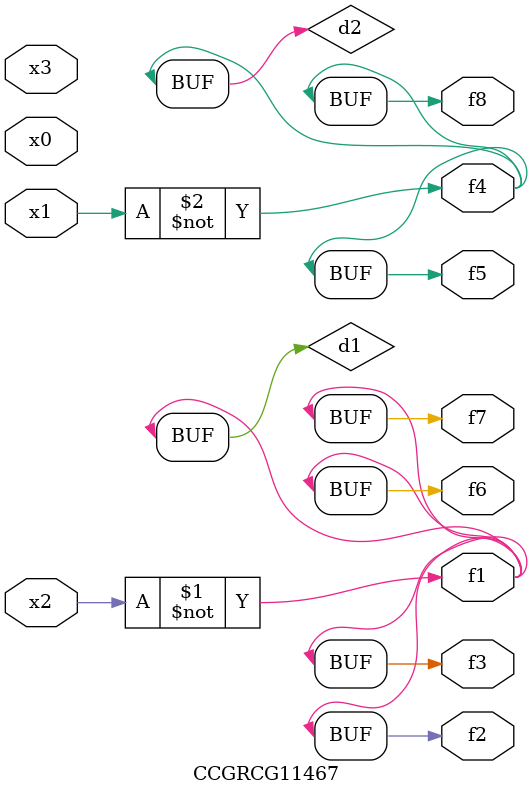
<source format=v>
module CCGRCG11467(
	input x0, x1, x2, x3,
	output f1, f2, f3, f4, f5, f6, f7, f8
);

	wire d1, d2;

	xnor (d1, x2);
	not (d2, x1);
	assign f1 = d1;
	assign f2 = d1;
	assign f3 = d1;
	assign f4 = d2;
	assign f5 = d2;
	assign f6 = d1;
	assign f7 = d1;
	assign f8 = d2;
endmodule

</source>
